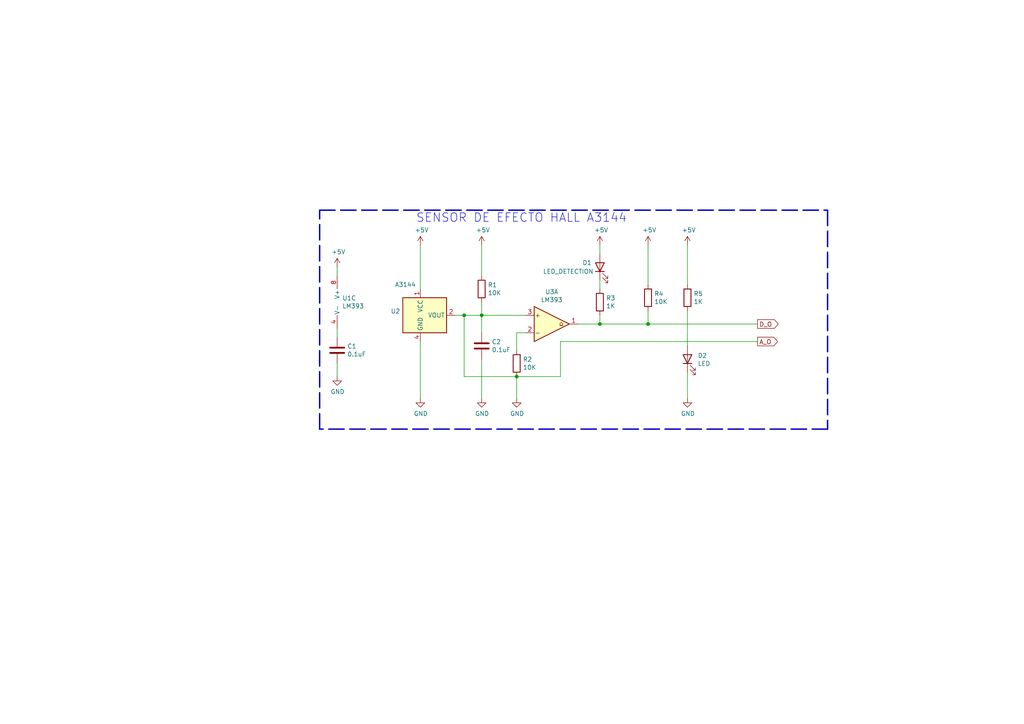
<source format=kicad_sch>
(kicad_sch (version 20211123) (generator eeschema)
  (paper "A4")
  (lib_symbols
    (symbol "Comparator:LM393" (pin_names (offset 0.127))
      (property "Reference" "U" (at 3.81 3.81 0))
      (property "Value" "LM393" (at 6.35 -3.81 0))
      (symbol "LM393_1_1"
        (polyline (pts (xy -5.08 5.08) (xy 5.08 0) (xy -5.08 -5.08) (xy -5.08 5.08)) (stroke (width 0.254)) (fill (type background)))
        (polyline (pts (xy 3.302 -0.508) (xy 2.794 -0.508) (xy 3.302 0) (xy 2.794 0.508) (xy 2.286 0) (xy 2.794 -0.508) (xy 2.286 -0.508)) (stroke (width 0.127)))
        (pin open_collector line (at 7.62 0 180) (length 2.54) (name "~") (number "1"))
        (pin input line (at -7.62 -2.54 0) (length 2.54) (name "-") (number "2"))
        (pin input line (at -7.62 2.54 0) (length 2.54) (name "+") (number "3"))
      )
      (symbol "LM393_2_1"
        (polyline (pts (xy -5.08 5.08) (xy 5.08 0) (xy -5.08 -5.08) (xy -5.08 5.08)) (stroke (width 0.254)) (fill (type background)))
        (polyline (pts (xy 3.302 -0.508) (xy 2.794 -0.508) (xy 3.302 0) (xy 2.794 0.508) (xy 2.286 0) (xy 2.794 -0.508) (xy 2.286 -0.508)) (stroke (width 0.127)))
        (pin input line (at -7.62 2.54 0) (length 2.54) (name "+") (number "5"))
        (pin input line (at -7.62 -2.54 0) (length 2.54) (name "_") (number "6"))
        (pin open_collector line (at 7.62 0 180) (length 2.54) (name "~") (number "7"))
      )
      (symbol "LM393_3_1"
        (pin power_in line (at -2.54 -7.62 90) (length 3.81) (name "V-") (number "4"))
        (pin power_in line (at -2.54 7.62 270) (length 3.81) (name "V+") (number "8"))
      )
    )
    (symbol "Device:C" (pin_numbers hide) (pin_names (offset 0.254))
      (property "Reference" "C" (at 0.635 2.54 0))
      (property "Value" "C" (at 0.635 -2.54 0))
      (symbol "C_0_1"
        (polyline (pts (xy -2.032 -0.762) (xy 2.032 -0.762)) (stroke (width 0.508)))
        (polyline (pts (xy -2.032 0.762) (xy 2.032 0.762)) (stroke (width 0.508)))
      )
      (symbol "C_1_1"
        (pin passive line (at 0 3.81 270) (length 2.794) (name "~") (number "1"))
        (pin passive line (at 0 -3.81 90) (length 2.794) (name "~") (number "2"))
      )
    )
    (symbol "Device:LED" (pin_numbers hide) (pin_names (offset 1.016) hide)
      (property "Reference" "D" (at 0 2.54 0))
      (property "Value" "LED" (at 0 -2.54 0))
      (symbol "LED_0_1"
        (polyline (pts (xy -1.27 -1.27) (xy -1.27 1.27)) (stroke (width 0.254)))
        (polyline (pts (xy -1.27 0) (xy 1.27 0)))
        (polyline (pts (xy 1.27 -1.27) (xy 1.27 1.27) (xy -1.27 0) (xy 1.27 -1.27)) (stroke (width 0.254)))
        (polyline (pts (xy -3.048 -0.762) (xy -4.572 -2.286) (xy -3.81 -2.286) (xy -4.572 -2.286) (xy -4.572 -1.524)))
        (polyline (pts (xy -1.778 -0.762) (xy -3.302 -2.286) (xy -2.54 -2.286) (xy -3.302 -2.286) (xy -3.302 -1.524)))
      )
      (symbol "LED_1_1"
        (pin passive line (at -3.81 0 0) (length 2.54) (name "K") (number "1"))
        (pin passive line (at 3.81 0 180) (length 2.54) (name "A") (number "2"))
      )
    )
    (symbol "Device:R" (pin_numbers hide) (pin_names (offset 0))
      (property "Reference" "R" (at 2.032 0 90))
      (property "Value" "R" (at 0 0 90))
      (symbol "R_0_1"
        (rectangle (start -1.016 -2.54) (end 1.016 2.54) (stroke (width 0.254)))
      )
      (symbol "R_1_1"
        (pin passive line (at 0 3.81 270) (length 1.27) (name "~") (number "1"))
        (pin passive line (at 0 -3.81 90) (length 1.27) (name "~") (number "2"))
      )
    )
    (symbol "Sensor_Current:A1363xKTTN-1"
      (property "Reference" "U" (at 8.89 6.35 0))
      (property "Value" "A1363xKTTN-1" (at 8.89 3.81 0))
      (symbol "A1363xKTTN-1_0_1"
        (rectangle (start -5.08 5.08) (end 7.62 -5.08) (stroke (width 0.254)) (fill (type background)))
      )
      (symbol "A1363xKTTN-1_1_1"
        (pin power_in line (at 0 7.62 270) (length 2.54) (name "VCC") (number "1"))
        (pin output line (at 10.16 0 180) (length 2.54) (name "VOUT") (number "2"))
        (pin no_connect line (at 7.62 -2.54 180) (length 2.54) hide (name "NC") (number "3"))
        (pin power_in line (at 0 -7.62 90) (length 2.54) (name "GND") (number "4"))
      )
    )
    (symbol "power:+5V" (power) (pin_names (offset 0))
      (property "Value" "+5V" (at 0 3.556 0))
      (symbol "+5V_0_1"
        (polyline (pts (xy -0.762 1.27) (xy 0 2.54)))
        (polyline (pts (xy 0 0) (xy 0 2.54)))
        (polyline (pts (xy 0 2.54) (xy 0.762 1.27)))
      )
      (symbol "+5V_1_1"
        (pin power_in line (at 0 0 90) (length 0) hide (name "+5V") (number "1"))
      )
    )
    (symbol "power:GND" (power) (pin_names (offset 0))
      (property "Value" "GND" (at 0 -3.81 0))
      (symbol "GND_0_1"
        (polyline (pts (xy 0 0) (xy 0 -1.27) (xy 1.27 -1.27) (xy 0 -2.54) (xy -1.27 -1.27) (xy 0 -1.27)))
      )
      (symbol "GND_1_1"
        (pin power_in line (at 0 0 270) (length 0) hide (name "GND") (number "1"))
      )
    )
  )
  (junction (at 139.7 91.44))
  (junction (at 173.99 93.98))
  (junction (at 134.62 91.44))
  (junction (at 187.96 93.98))
  (junction (at 149.86 109.22))
  (wire (pts (xy 139.7 115.57) (xy 139.7 104.14)))
  (wire (pts (xy 187.96 93.98) (xy 173.99 93.98)))
  (wire (pts (xy 134.62 91.44) (xy 139.7 91.44)))
  (wire (pts (xy 149.86 96.52) (xy 152.4 96.52)))
  (wire (pts (xy 121.92 115.57) (xy 121.92 99.06)))
  (wire (pts (xy 149.86 101.6) (xy 149.86 96.52)))
  (wire (pts (xy 162.56 109.22) (xy 149.86 109.22)))
  (wire (pts (xy 173.99 71.12) (xy 173.99 73.66)))
  (polyline (pts (xy 240.03 124.46) (xy 92.71 124.46)) (stroke (width 0.4064)))
  (wire (pts (xy 134.62 109.22) (xy 134.62 91.44)))
  (polyline (pts (xy 92.71 124.46) (xy 92.71 60.96)) (stroke (width 0.4064)))
  (polyline (pts (xy 92.71 60.96) (xy 240.03 60.96)) (stroke (width 0.4064)))
  (wire (pts (xy 97.79 95.25) (xy 97.79 97.79)))
  (wire (pts (xy 219.71 93.98) (xy 187.96 93.98)))
  (polyline (pts (xy 240.03 60.96) (xy 240.03 124.46)) (stroke (width 0.4064)))
  (wire (pts (xy 139.7 87.63) (xy 139.7 91.44)))
  (wire (pts (xy 173.99 81.28) (xy 173.99 83.82)))
  (wire (pts (xy 121.92 71.12) (xy 121.92 83.82)))
  (wire (pts (xy 219.71 99.06) (xy 162.56 99.06)))
  (wire (pts (xy 173.99 91.44) (xy 173.99 93.98)))
  (wire (pts (xy 149.86 109.22) (xy 134.62 109.22)))
  (wire (pts (xy 199.39 82.55) (xy 199.39 71.12)))
  (wire (pts (xy 149.86 115.57) (xy 149.86 109.22)))
  (wire (pts (xy 97.79 77.47) (xy 97.79 80.01)))
  (wire (pts (xy 199.39 100.33) (xy 199.39 90.17)))
  (wire (pts (xy 132.08 91.44) (xy 134.62 91.44)))
  (wire (pts (xy 187.96 71.12) (xy 187.96 82.55)))
  (wire (pts (xy 97.79 105.41) (xy 97.79 109.22)))
  (wire (pts (xy 199.39 107.95) (xy 199.39 115.57)))
  (wire (pts (xy 173.99 93.98) (xy 167.64 93.98)))
  (wire (pts (xy 139.7 71.12) (xy 139.7 80.01)))
  (wire (pts (xy 139.7 91.44) (xy 152.4 91.44)))
  (wire (pts (xy 162.56 99.06) (xy 162.56 109.22)))
  (wire (pts (xy 187.96 90.17) (xy 187.96 93.98)))
  (wire (pts (xy 139.7 96.52) (xy 139.7 91.44)))
  (text "SENSOR DE EFECTO HALL A3144" (at 120.65 64.77 0) (effects (font (size 2.4892 2.4892)) (justify left bottom)))
  (global_label "A_O" (shape output) (at 219.71 99.06 0) (property "Intersheet References" "${INTERSHEET_REFS}" (effects hide)))
  (global_label "D_O" (shape output) (at 219.71 93.98 0) (property "Intersheet References" "${INTERSHEET_REFS}" (effects hide)))
  (symbol (lib_id "power:+5V") (at 121.92 71.12 0) (unit 1)
    (property "Reference" "#PWR?" (effects hide))
    (property "Value" "+5V" (at 122.301 66.7258 0))
  )
  (symbol (lib_id "Device:R") (at 139.7 83.82 0) (unit 1)
    (property "Reference" "R1" (at 141.478 82.6516 0) (effects (justify left)))
    (property "Value" "10K" (at 141.478 84.963 0) (effects (justify left)))
    (property "Footprint" "Resistor_SMD:R_0805_2012Metric" (effects hide))
  )
  (symbol (lib_id "power:GND") (at 199.39 115.57 0) (unit 1)
    (property "Reference" "#PWR?" (effects hide))
    (property "Value" "GND" (at 199.517 119.9642 0))
  )
  (symbol (lib_id "Device:R") (at 173.99 87.63 0) (unit 1)
    (property "Reference" "R3" (at 175.768 86.4616 0) (effects (justify left)))
    (property "Value" "1K" (at 175.768 88.773 0) (effects (justify left)))
    (property "Footprint" "Resistor_SMD:R_0805_2012Metric" (effects hide))
  )
  (symbol (lib_id "Device:C") (at 139.7 100.33 0) (unit 1)
    (property "Reference" "C2" (at 142.621 99.1616 0) (effects (justify left)))
    (property "Value" "0.1uF" (at 142.621 101.473 0) (effects (justify left)))
    (property "Footprint" "Capacitor_SMD:C_0805_2012Metric_Pad1.15x1.40mm_HandSolder" (effects hide))
  )
  (symbol (lib_id "Comparator:LM393") (at 100.33 87.63 0) (unit 3)
    (property "Reference" "U1" (at 99.2632 86.4616 0) (effects (justify left)))
    (property "Value" "LM393" (at 99.2632 88.773 0) (effects (justify left)))
    (property "Footprint" "Package_SO:SOIC-8_3.9x4.9mm_P1.27mm" (effects hide))
    (property "Datasheet" "http://www.ti.com/lit/ds/symlink/lm393-n.pdf" (effects hide))
  )
  (symbol (lib_id "power:+5V") (at 187.96 71.12 0) (unit 1)
    (property "Reference" "#PWR?" (effects hide))
    (property "Value" "+5V" (at 188.341 66.7258 0))
  )
  (symbol (lib_id "Comparator:LM393") (at 160.02 93.98 0) (unit 1)
    (property "Reference" "U3" (at 160.02 84.6582 0))
    (property "Value" "LM393" (at 160.02 86.9696 0))
    (property "Footprint" "Package_SO:SOIC-8_3.9x4.9mm_P1.27mm" (effects hide))
    (property "Datasheet" "http://www.ti.com/lit/ds/symlink/lm393-n.pdf" (effects hide))
  )
  (symbol (lib_id "Device:LED") (at 199.39 104.14 90) (unit 1)
    (property "Reference" "D2" (at 202.3618 103.1494 90) (effects (justify right)))
    (property "Value" "LED" (at 202.3618 105.4608 90) (effects (justify right)))
    (property "Footprint" "LED_SMD:LED_1210_3225Metric" (effects hide))
  )
  (symbol (lib_id "Sensor_Current:A1363xKTTN-1") (at 121.92 91.44 0) (unit 1)
    (property "Reference" "U2" (at 116.078 90.2716 0) (effects (justify right)))
    (property "Value" "A3144" (at 120.65 82.55 0) (effects (justify right)))
    (property "Footprint" "Sensor_Current:Allegro_SIP-3" (effects hide))
    (property "Datasheet" "http://www.allegromicro.com/~/media/Files/Datasheets/A1363-Datasheet.ashx?la=en" (effects hide))
  )
  (symbol (lib_id "power:GND") (at 121.92 115.57 0) (unit 1)
    (property "Reference" "#PWR?" (effects hide))
    (property "Value" "GND" (at 122.047 119.9642 0))
  )
  (symbol (lib_id "power:GND") (at 149.86 115.57 0) (unit 1)
    (property "Reference" "#PWR?" (effects hide))
    (property "Value" "GND" (at 149.987 119.9642 0))
  )
  (symbol (lib_id "Device:R") (at 187.96 86.36 0) (unit 1)
    (property "Reference" "R4" (at 189.738 85.1916 0) (effects (justify left)))
    (property "Value" "10K" (at 189.738 87.503 0) (effects (justify left)))
    (property "Footprint" "Resistor_SMD:R_0805_2012Metric" (effects hide))
  )
  (symbol (lib_id "Device:R") (at 199.39 86.36 0) (unit 1)
    (property "Reference" "R5" (at 201.168 85.1916 0) (effects (justify left)))
    (property "Value" "1K" (at 201.168 87.503 0) (effects (justify left)))
    (property "Footprint" "Resistor_SMD:R_0805_2012Metric" (effects hide))
  )
  (symbol (lib_id "Device:LED") (at 173.99 77.47 90) (unit 1)
    (property "Reference" "D1" (at 168.91 76.2 90) (effects (justify right)))
    (property "Value" "LED_DETECTION" (at 157.48 78.74 90) (effects (justify right)))
    (property "Footprint" "LED_SMD:LED_1210_3225Metric" (effects hide))
  )
  (symbol (lib_id "power:+5V") (at 97.79 77.47 0) (unit 1)
    (property "Reference" "#PWR?" (effects hide))
    (property "Value" "+5V" (at 98.171 73.0758 0))
  )
  (symbol (lib_id "Device:C") (at 97.79 101.6 0) (unit 1)
    (property "Reference" "C1" (at 100.711 100.4316 0) (effects (justify left)))
    (property "Value" "0.1uF" (at 100.711 102.743 0) (effects (justify left)))
    (property "Footprint" "Capacitor_SMD:C_0805_2012Metric_Pad1.15x1.40mm_HandSolder" (effects hide))
  )
  (symbol (lib_id "power:+5V") (at 199.39 71.12 0) (unit 1)
    (property "Reference" "#PWR?" (effects hide))
    (property "Value" "+5V" (at 199.771 66.7258 0))
  )
  (symbol (lib_id "power:+5V") (at 139.7 71.12 0) (unit 1)
    (property "Reference" "#PWR?" (effects hide))
    (property "Value" "+5V" (at 140.081 66.7258 0))
  )
  (symbol (lib_id "power:GND") (at 139.7 115.57 0) (unit 1)
    (property "Reference" "#PWR?" (effects hide))
    (property "Value" "GND" (at 139.827 119.9642 0))
  )
  (symbol (lib_id "power:GND") (at 97.79 109.22 0) (unit 1)
    (property "Reference" "#PWR?" (effects hide))
    (property "Value" "GND" (at 97.917 113.6142 0))
  )
  (symbol (lib_id "Device:R") (at 149.86 105.41 0) (unit 1)
    (property "Reference" "R2" (at 151.638 104.2416 0) (effects (justify left)))
    (property "Value" "10K" (at 151.638 106.553 0) (effects (justify left)))
    (property "Footprint" "Resistor_SMD:R_0805_2012Metric" (effects hide))
  )
  (symbol (lib_id "power:+5V") (at 173.99 71.12 0) (unit 1)
    (property "Reference" "#PWR?" (effects hide))
    (property "Value" "+5V" (at 174.371 66.7258 0))
  )
)
</source>
